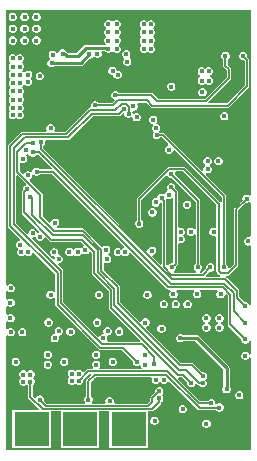
<source format=gbr>
%TF.GenerationSoftware,Altium Limited,Altium Designer,24.6.1 (21)*%
G04 Layer_Physical_Order=3*
G04 Layer_Color=36540*
%FSLAX26Y26*%
%MOIN*%
%TF.SameCoordinates,E3325630-42F2-41CE-953C-F4D0AC061200*%
%TF.FilePolarity,Positive*%
%TF.FileFunction,Copper,L3,Inr,Signal*%
%TF.Part,Single*%
G01*
G75*
%TA.AperFunction,SMDPad,CuDef*%
%ADD14R,0.118110X0.118110*%
%TA.AperFunction,Conductor*%
%ADD38C,0.005000*%
%ADD39C,0.010000*%
%TA.AperFunction,ViaPad*%
%ADD40C,0.017716*%
G36*
X821360Y854916D02*
X816360Y852845D01*
X814937Y854268D01*
X809843Y856378D01*
X804330D01*
X799237Y854268D01*
X795338Y850370D01*
X793228Y845276D01*
Y839763D01*
X793312Y839560D01*
X766857Y813104D01*
X765199Y810623D01*
X764617Y807697D01*
Y625825D01*
X750121Y611329D01*
X745157Y613437D01*
Y616930D01*
X743048Y622023D01*
X739149Y625922D01*
X738946Y626006D01*
Y851378D01*
X738946Y851378D01*
X738364Y854304D01*
X736706Y856785D01*
X670124Y923368D01*
X672956Y927607D01*
X674212Y927087D01*
X679725D01*
X684818Y929197D01*
X688717Y933095D01*
X690827Y938188D01*
Y943702D01*
X688717Y948795D01*
X685773Y951739D01*
X685205Y954724D01*
X685773Y957710D01*
X688717Y960654D01*
X690827Y965747D01*
Y971260D01*
X688717Y976354D01*
X684818Y980252D01*
X679725Y982362D01*
X674212D01*
X669119Y980252D01*
X665220Y976354D01*
X663110Y971260D01*
Y965747D01*
X665220Y960654D01*
X668164Y957710D01*
X668732Y954724D01*
X668164Y951739D01*
X665220Y948795D01*
X663110Y943702D01*
Y938188D01*
X663631Y936932D01*
X659392Y934100D01*
X532966Y1060525D01*
X530486Y1062183D01*
X527559Y1062765D01*
X519707D01*
X519622Y1062968D01*
X515724Y1066866D01*
X515543Y1067774D01*
X517669Y1069900D01*
X519779Y1074994D01*
Y1080507D01*
X517669Y1085600D01*
X513771Y1089499D01*
X508678Y1091609D01*
X508042D01*
X505971Y1096609D01*
X507811Y1098449D01*
X509921Y1103543D01*
Y1109056D01*
X507811Y1114149D01*
X503913Y1118048D01*
X498820Y1120157D01*
X493306D01*
X488213Y1118048D01*
X484315Y1114149D01*
X482205Y1109056D01*
Y1103543D01*
X484315Y1098449D01*
X488213Y1094551D01*
X493306Y1092441D01*
X493942D01*
X496013Y1087441D01*
X494173Y1085600D01*
X492063Y1080507D01*
Y1074994D01*
X494173Y1069900D01*
X498071Y1066002D01*
X498252Y1065094D01*
X496126Y1062968D01*
X494016Y1057875D01*
Y1052361D01*
X496126Y1047268D01*
X500024Y1043370D01*
X505117Y1041260D01*
X510631D01*
X515724Y1043370D01*
X519622Y1047268D01*
X519707Y1047471D01*
X524392D01*
X546558Y1025305D01*
X546355Y1023451D01*
X544933Y1019858D01*
X540918Y1018195D01*
X537020Y1014297D01*
X534910Y1009203D01*
Y1003690D01*
X537020Y998597D01*
X540918Y994698D01*
X546012Y992588D01*
X551525D01*
X556618Y994698D01*
X560517Y998597D01*
X562180Y1002612D01*
X565772Y1004034D01*
X567626Y1004236D01*
X723652Y848211D01*
Y833406D01*
X722693Y832706D01*
X718652Y831532D01*
X603222Y946962D01*
X600741Y948620D01*
X597815Y949202D01*
X548342D01*
X545416Y948620D01*
X542935Y946962D01*
X443412Y847439D01*
X441754Y844958D01*
X441172Y842032D01*
Y771675D01*
X440969Y771591D01*
X437070Y767692D01*
X434961Y762599D01*
Y757086D01*
X437070Y751992D01*
X440969Y748094D01*
X446062Y745984D01*
X451575D01*
X456669Y748094D01*
X460567Y751992D01*
X462677Y757086D01*
Y762599D01*
X460567Y767692D01*
X456669Y771591D01*
X456466Y771675D01*
Y838864D01*
X537076Y919475D01*
X542974Y918302D01*
X543370Y917347D01*
X547268Y913448D01*
X552362Y911339D01*
X557875D01*
X558078Y911423D01*
X637038Y832462D01*
Y742066D01*
X633884Y740741D01*
X632038Y740533D01*
X628539Y744032D01*
X623446Y746142D01*
X617932D01*
X612839Y744032D01*
X608941Y740134D01*
X606831Y735040D01*
Y729527D01*
X608941Y724433D01*
X612839Y720535D01*
X617932Y718425D01*
X623446D01*
X628539Y720535D01*
X632038Y724034D01*
X633884Y723826D01*
X637038Y722501D01*
Y626006D01*
X636835Y625922D01*
X632937Y622023D01*
X630827Y616930D01*
Y611417D01*
X632937Y606323D01*
X636835Y602425D01*
X637962Y601958D01*
X636968Y596958D01*
X565788D01*
X564793Y601958D01*
X565921Y602425D01*
X569819Y606323D01*
X571929Y611417D01*
Y616930D01*
X571845Y617133D01*
X576250Y621538D01*
X577907Y624019D01*
X578490Y626945D01*
Y691858D01*
X583490Y695199D01*
X584444Y694803D01*
X589957D01*
X595051Y696913D01*
X598949Y700811D01*
X601059Y705905D01*
Y711418D01*
X598949Y716511D01*
X598255Y717206D01*
X595111Y720472D01*
X598255Y723739D01*
X598949Y724433D01*
X601059Y729527D01*
Y735040D01*
X598949Y740134D01*
X595051Y744032D01*
X589957Y746142D01*
X584444D01*
X583490Y745746D01*
X578490Y749087D01*
Y866165D01*
X577907Y869092D01*
X576250Y871572D01*
X568892Y878930D01*
X568976Y879133D01*
Y884646D01*
X566866Y889740D01*
X562968Y893638D01*
X557875Y895748D01*
X552361D01*
X547268Y893638D01*
X543370Y889740D01*
X541260Y884646D01*
Y879133D01*
X543370Y874040D01*
X541638Y868700D01*
X541241Y868536D01*
X537343Y864638D01*
X535733Y860752D01*
X533077Y859100D01*
X530233Y858513D01*
X526281Y860150D01*
X520768D01*
X515674Y858040D01*
X511776Y854142D01*
X509666Y849048D01*
Y848748D01*
X506694Y844567D01*
X505046Y844567D01*
X501180D01*
X496087Y842457D01*
X492189Y838559D01*
X490079Y833465D01*
Y827952D01*
X492189Y822859D01*
X496087Y818960D01*
X501180Y816850D01*
X506694D01*
X511787Y818960D01*
X515686Y822859D01*
X517795Y827952D01*
X522689Y828509D01*
X523849Y828139D01*
Y625025D01*
X519230Y623112D01*
X491909Y650433D01*
X493980Y655433D01*
X494883D01*
X499976Y657543D01*
X503874Y661441D01*
X505984Y666535D01*
Y672048D01*
X503874Y677141D01*
X499976Y681040D01*
X494883Y683149D01*
X489369D01*
X484276Y681040D01*
X480378Y677141D01*
X478268Y672048D01*
Y671145D01*
X473268Y669074D01*
X129532Y1012809D01*
Y1019053D01*
X129735Y1019137D01*
X133634Y1023036D01*
X135744Y1028129D01*
Y1033642D01*
X135348Y1034597D01*
X138689Y1039597D01*
X212598D01*
X215525Y1040179D01*
X218006Y1041837D01*
X294506Y1118337D01*
X381260D01*
X384186Y1118919D01*
X386667Y1120577D01*
X394363Y1128273D01*
X394566Y1128189D01*
X399528D01*
Y1123228D01*
X401637Y1118134D01*
X405536Y1114236D01*
X410629Y1112126D01*
X416142D01*
X421236Y1114236D01*
X421649Y1114649D01*
X426649Y1112578D01*
Y1111855D01*
X428758Y1106761D01*
X432657Y1102863D01*
X437750Y1100753D01*
X443263D01*
X448357Y1102863D01*
X452255Y1106761D01*
X454365Y1111855D01*
Y1117368D01*
X452255Y1122461D01*
X448357Y1126360D01*
X443263Y1128469D01*
X437750D01*
X432657Y1126360D01*
X432244Y1125947D01*
X427478Y1127921D01*
X426147Y1132638D01*
X428814Y1136475D01*
X428988Y1136600D01*
X432714D01*
X437807Y1138710D01*
X441706Y1142609D01*
X443816Y1147702D01*
Y1153215D01*
X441706Y1158308D01*
X444020Y1163066D01*
X471789D01*
X486719Y1148136D01*
X489200Y1146478D01*
X492126Y1145896D01*
X744094D01*
X747021Y1146478D01*
X749502Y1148136D01*
X813104Y1211738D01*
X813104Y1211739D01*
X814762Y1214220D01*
X815344Y1217146D01*
X815344Y1217146D01*
Y1306476D01*
X814762Y1309403D01*
X813104Y1311883D01*
X809050Y1315938D01*
X809134Y1316141D01*
Y1321654D01*
X807024Y1326748D01*
X803126Y1330646D01*
X798032Y1332756D01*
X792519D01*
X787426Y1330646D01*
X783527Y1326748D01*
X781417Y1321654D01*
Y1316141D01*
X783527Y1311048D01*
X787426Y1307149D01*
X792519Y1305039D01*
X798032D01*
X800050Y1300463D01*
Y1220313D01*
X740927Y1161190D01*
X681540D01*
X679469Y1166190D01*
X754049Y1240770D01*
X755707Y1243251D01*
X756289Y1246177D01*
Y1274605D01*
X756289Y1274606D01*
X755707Y1277532D01*
X754049Y1280013D01*
X743867Y1290195D01*
Y1307065D01*
X744071Y1307149D01*
X747969Y1311048D01*
X750079Y1316141D01*
Y1321654D01*
X747969Y1326748D01*
X744071Y1330646D01*
X738977Y1332756D01*
X733464D01*
X728370Y1330646D01*
X724472Y1326748D01*
X722362Y1321654D01*
Y1316141D01*
X724472Y1311048D01*
X728370Y1307149D01*
X728574Y1307065D01*
Y1287027D01*
X729156Y1284101D01*
X730813Y1281620D01*
X740995Y1271438D01*
Y1249344D01*
X668589Y1176938D01*
X511042D01*
X493951Y1194029D01*
X491470Y1195686D01*
X488544Y1196268D01*
X380731D01*
X380647Y1196472D01*
X376748Y1200370D01*
X371655Y1202480D01*
X366142D01*
X361048Y1200370D01*
X357150Y1196472D01*
X355040Y1191378D01*
Y1185865D01*
X357150Y1180772D01*
X361048Y1176873D01*
X365716Y1174940D01*
X366698Y1172869D01*
X367610Y1169763D01*
X359647Y1161801D01*
X313687D01*
X313603Y1162004D01*
X309705Y1165902D01*
X304611Y1168012D01*
X299098D01*
X294005Y1165902D01*
X290106Y1162004D01*
X287996Y1156910D01*
Y1151397D01*
X288392Y1150442D01*
X285051Y1145442D01*
X283465D01*
X280538Y1144860D01*
X278057Y1143203D01*
X200945Y1066090D01*
X167641D01*
X165292Y1070812D01*
X167401Y1075905D01*
Y1081418D01*
X165292Y1086511D01*
X161393Y1090410D01*
X156300Y1092520D01*
X150787D01*
X145693Y1090410D01*
X141795Y1086511D01*
X139685Y1081418D01*
Y1075905D01*
X141795Y1070812D01*
X139446Y1066090D01*
X102510D01*
X102465Y1066120D01*
X99538Y1066702D01*
X59055D01*
X56129Y1066120D01*
X53648Y1064462D01*
X14278Y1025092D01*
X12620Y1022611D01*
X12038Y1019685D01*
Y751969D01*
X12620Y749042D01*
X14278Y746561D01*
X53005Y707835D01*
X50934Y702835D01*
X48425D01*
X43331Y700725D01*
X39433Y696826D01*
X37323Y691733D01*
Y686220D01*
X39433Y681126D01*
X43331Y677228D01*
X44005Y673840D01*
X43370Y673204D01*
X41260Y668111D01*
Y662598D01*
X43370Y657504D01*
X47268Y653606D01*
X52361Y651496D01*
X57875D01*
X62968Y653606D01*
X63663Y654301D01*
X66929Y657444D01*
X70196Y654301D01*
X70890Y653606D01*
X75984Y651496D01*
X81497D01*
X86590Y653606D01*
X90489Y657504D01*
X92180Y661588D01*
X95656Y662991D01*
X97598Y663241D01*
X169518Y591321D01*
Y532755D01*
X168537Y532190D01*
X164518Y531222D01*
X161472Y534268D01*
X156379Y536378D01*
X150865D01*
X145772Y534268D01*
X141874Y530370D01*
X139764Y525276D01*
Y519763D01*
X141874Y514670D01*
X145772Y510771D01*
X150865Y508662D01*
X156379D01*
X161472Y510771D01*
X164518Y513818D01*
X168537Y512850D01*
X169518Y512285D01*
Y488189D01*
X170101Y485263D01*
X171758Y482782D01*
X313490Y341050D01*
X313490Y341050D01*
X315971Y339392D01*
X318898Y338810D01*
X390461D01*
X427003Y302267D01*
X426919Y302064D01*
Y296551D01*
X429029Y291457D01*
X432928Y287559D01*
X438021Y285449D01*
X443534D01*
X448627Y287559D01*
X449695Y287457D01*
X453984Y285844D01*
X455575Y282005D01*
X457216Y280363D01*
X455145Y275363D01*
X318084D01*
X316013Y280363D01*
X317654Y282005D01*
X319764Y287098D01*
Y292611D01*
X317654Y297705D01*
X313755Y301603D01*
X308662Y303713D01*
X303149D01*
X298055Y301603D01*
X294157Y297705D01*
X292047Y292611D01*
Y287098D01*
X294157Y282005D01*
X295798Y280363D01*
X293727Y275363D01*
X279528D01*
X279527Y275363D01*
X276601Y274781D01*
X274120Y273124D01*
X266216Y265220D01*
X260318Y266393D01*
X259780Y267692D01*
X255881Y271591D01*
X250788Y273701D01*
X245275D01*
X240181Y271591D01*
X239487Y270896D01*
X236220Y267753D01*
X232954Y270896D01*
X232259Y271591D01*
X227166Y273701D01*
X221653D01*
X216559Y271591D01*
X212661Y267692D01*
X210551Y262599D01*
Y257086D01*
X212661Y251993D01*
X213356Y251298D01*
X216499Y248031D01*
X213356Y244765D01*
X212661Y244071D01*
X210551Y238977D01*
Y233464D01*
X212661Y228370D01*
X216559Y224472D01*
X221653Y222362D01*
X227166D01*
X232259Y224472D01*
X232954Y225167D01*
X236220Y228310D01*
X239487Y225167D01*
X240181Y224472D01*
X245275Y222362D01*
X250788D01*
X255881Y224472D01*
X259780Y228370D01*
X261890Y233464D01*
Y238977D01*
X261806Y239180D01*
X282685Y260060D01*
X287226Y259625D01*
X288993Y255225D01*
X274120Y240352D01*
X272463Y237871D01*
X271881Y234945D01*
Y185061D01*
X271678Y184977D01*
X267779Y181078D01*
X265669Y175985D01*
Y170472D01*
X267779Y165378D01*
X269034Y164123D01*
X266963Y159123D01*
X143030D01*
X131884Y170269D01*
X131968Y170472D01*
Y175985D01*
X129859Y181078D01*
X125960Y184977D01*
X120867Y187087D01*
X115354D01*
X110260Y184977D01*
X106362Y181078D01*
X105966Y180124D01*
X100068Y178950D01*
X94261Y184758D01*
Y221435D01*
X94464Y221519D01*
X98362Y225418D01*
X100472Y230511D01*
Y236024D01*
X98362Y241118D01*
X97668Y241812D01*
X94524Y245079D01*
X97668Y248345D01*
X98362Y249040D01*
X100472Y254133D01*
Y259646D01*
X98362Y264740D01*
X94464Y268638D01*
X89371Y270748D01*
X83857D01*
X78764Y268638D01*
X78069Y267944D01*
X74803Y264800D01*
X71537Y267944D01*
X70842Y268638D01*
X65749Y270748D01*
X60235D01*
X55142Y268638D01*
X51243Y264740D01*
X49134Y259646D01*
Y254133D01*
X51243Y249040D01*
X51938Y248345D01*
X55081Y245079D01*
X51938Y241812D01*
X51243Y241118D01*
X49134Y236024D01*
Y230511D01*
X51243Y225418D01*
X55142Y221519D01*
X60235Y219410D01*
X65749D01*
X70842Y221519D01*
X71537Y222214D01*
X74803Y225357D01*
X78069Y222214D01*
X78764Y221519D01*
X78967Y221435D01*
Y181590D01*
X79549Y178664D01*
X81207Y176183D01*
X113912Y143478D01*
X111999Y138858D01*
X26496D01*
Y10748D01*
X154606D01*
Y133830D01*
X187913D01*
Y10748D01*
X316024D01*
Y133830D01*
X349331D01*
Y10748D01*
X477441D01*
Y133830D01*
X491870D01*
X494797Y134412D01*
X497277Y136069D01*
X520494Y159286D01*
X522151Y161766D01*
X522733Y164693D01*
Y165059D01*
X523598Y165417D01*
X527496Y169315D01*
X529606Y174409D01*
Y179922D01*
X527496Y185015D01*
X526802Y185710D01*
X523658Y188976D01*
X526802Y192243D01*
X527496Y192937D01*
X529606Y198031D01*
Y203544D01*
X527496Y208637D01*
X523598Y212536D01*
X518505Y214646D01*
X512991D01*
X507898Y212536D01*
X504000Y208637D01*
X501890Y203544D01*
Y198031D01*
X501974Y197828D01*
X486719Y182573D01*
X485061Y180092D01*
X484479Y177165D01*
Y167514D01*
X476089Y159123D01*
X367197D01*
X363856Y164124D01*
X364252Y165078D01*
Y170591D01*
X362142Y175685D01*
X358244Y179583D01*
X353150Y181693D01*
X347637D01*
X342544Y179583D01*
X338645Y175685D01*
X336536Y170591D01*
Y165078D01*
X336931Y164124D01*
X333590Y159123D01*
X292092D01*
X290021Y164123D01*
X291276Y165378D01*
X293386Y170472D01*
Y175985D01*
X291276Y181078D01*
X287378Y184977D01*
X287175Y185061D01*
Y231778D01*
X303656Y248259D01*
X487133D01*
X490474Y243258D01*
X490079Y242304D01*
Y236791D01*
X492189Y231697D01*
X496087Y227799D01*
X501180Y225689D01*
X506694D01*
X511787Y227799D01*
X514731Y230743D01*
X517717Y231311D01*
X520702Y230743D01*
X523646Y227799D01*
X528740Y225689D01*
X534253D01*
X539346Y227799D01*
X543245Y231697D01*
X543962Y233428D01*
X549860Y234602D01*
X644612Y139849D01*
X647093Y138191D01*
X650020Y137609D01*
X650020Y137609D01*
X705903D01*
X708685Y134826D01*
X713779Y132717D01*
X719292D01*
X724385Y134826D01*
X728284Y138725D01*
X730394Y143818D01*
Y149331D01*
X728284Y154425D01*
X724385Y158323D01*
X719292Y160433D01*
X713779D01*
X708685Y158323D01*
X707454Y157092D01*
X704656Y158161D01*
X702835Y159543D01*
Y164371D01*
X700725Y169464D01*
X696826Y173363D01*
X691733Y175472D01*
X686220D01*
X681126Y173363D01*
X677228Y169464D01*
X677144Y169261D01*
X652577D01*
X578466Y243373D01*
X580651Y248259D01*
X591321D01*
X608273Y231306D01*
X608189Y231103D01*
Y225590D01*
X610299Y220496D01*
X614197Y216598D01*
X619291Y214488D01*
X624804D01*
X629897Y216598D01*
X633796Y220496D01*
X635487Y224580D01*
X638963Y225983D01*
X640905Y226233D01*
X643537Y223601D01*
X643538Y223601D01*
X646019Y221943D01*
X648945Y221361D01*
X649311D01*
X649669Y220496D01*
X653567Y216598D01*
X658661Y214488D01*
X664174D01*
X669267Y216598D01*
X673166Y220496D01*
X675275Y225590D01*
Y231103D01*
X673166Y236196D01*
X669870Y239492D01*
X673587Y243209D01*
X675697Y248302D01*
Y253816D01*
X673587Y258909D01*
X669689Y262807D01*
X664595Y264917D01*
X659082D01*
X658879Y264833D01*
X630903Y292809D01*
X628423Y294466D01*
X625496Y295048D01*
X589782D01*
X473072Y411759D01*
X474702Y417200D01*
X477811Y418488D01*
X481709Y422386D01*
X483819Y427479D01*
Y432993D01*
X481709Y438086D01*
X477811Y441985D01*
X472717Y444094D01*
X467204D01*
X462111Y441985D01*
X458212Y438086D01*
X456925Y434977D01*
X451483Y433347D01*
X385600Y499231D01*
Y547244D01*
X385018Y550170D01*
X383360Y552651D01*
X330481Y605530D01*
Y627022D01*
X332219Y628274D01*
X335481Y629615D01*
X339684Y627874D01*
X345198D01*
X350291Y629984D01*
X354189Y633882D01*
X356299Y638976D01*
Y644489D01*
X354189Y649582D01*
X350291Y653481D01*
X346153Y655195D01*
X345490Y658664D01*
X345656Y660401D01*
X347043Y660975D01*
X350941Y664874D01*
X353051Y669967D01*
Y675480D01*
X350941Y680574D01*
X347043Y684472D01*
X341950Y686582D01*
X336436D01*
X331343Y684472D01*
X330654Y683783D01*
X323718Y683648D01*
X265738Y741628D01*
X263257Y743285D01*
X260331Y743867D01*
X173749D01*
X173407Y744379D01*
X175291Y750559D01*
X176617Y751108D01*
X180516Y755007D01*
X182625Y760100D01*
Y765613D01*
X180516Y770707D01*
X176617Y774605D01*
X171524Y776715D01*
X166011D01*
X160917Y774605D01*
X157019Y770707D01*
X154909Y765613D01*
Y764551D01*
X149909Y762480D01*
X127279Y785110D01*
Y856745D01*
X127279Y856746D01*
X126697Y859672D01*
X125039Y862153D01*
X125039Y862153D01*
X84117Y903075D01*
X85290Y908973D01*
X86590Y909511D01*
X90489Y913410D01*
X92598Y918503D01*
Y920929D01*
X97598Y923000D01*
X99276Y921322D01*
X104369Y919213D01*
X109883D01*
X114976Y921322D01*
X118874Y925221D01*
X118959Y925424D01*
X158250D01*
X399461Y684212D01*
X399212Y682270D01*
X397808Y678794D01*
X393725Y677103D01*
X393030Y676408D01*
X389764Y673265D01*
X386497Y676408D01*
X385803Y677103D01*
X380709Y679212D01*
X375196D01*
X370103Y677103D01*
X366204Y673204D01*
X364095Y668111D01*
Y662598D01*
X366204Y657504D01*
X370103Y653606D01*
X375196Y651496D01*
X380709D01*
X385803Y653606D01*
X386497Y654301D01*
X389764Y657444D01*
X393030Y654301D01*
X393725Y653606D01*
X398818Y651496D01*
X404331D01*
X409425Y653606D01*
X413323Y657504D01*
X415015Y661588D01*
X418490Y662991D01*
X420433Y663241D01*
X541226Y542448D01*
X541227Y542447D01*
X543707Y540790D01*
X546634Y540207D01*
X546634Y540208D01*
X552373D01*
X553995Y535208D01*
X551244Y532456D01*
X549134Y527363D01*
Y521850D01*
X551244Y516756D01*
X555142Y512858D01*
X560236Y510748D01*
X565749D01*
X570842Y512858D01*
X574740Y516756D01*
X576850Y521850D01*
Y527363D01*
X574740Y532456D01*
X571989Y535208D01*
X573611Y540208D01*
X631113D01*
X632735Y535208D01*
X629984Y532456D01*
X627874Y527363D01*
Y521850D01*
X629984Y516756D01*
X633882Y512858D01*
X638976Y510748D01*
X644489D01*
X649582Y512858D01*
X653481Y516756D01*
X655591Y521850D01*
Y527363D01*
X653481Y532456D01*
X650729Y535208D01*
X652352Y540208D01*
X709853D01*
X711475Y535208D01*
X708724Y532456D01*
X706614Y527363D01*
Y521850D01*
X708724Y516756D01*
X712622Y512858D01*
X717716Y510748D01*
X723229D01*
X728322Y512858D01*
X732221Y516756D01*
X734331Y521850D01*
Y523375D01*
X739331Y525446D01*
X744322Y520455D01*
Y425197D01*
X744904Y422270D01*
X746561Y419790D01*
X789375Y376975D01*
X789291Y376772D01*
Y371259D01*
X791401Y366166D01*
X795300Y362267D01*
X800393Y360158D01*
X805906D01*
X811000Y362267D01*
X814898Y366166D01*
X816360Y369696D01*
X821360Y368701D01*
Y324212D01*
X816360Y323218D01*
X814898Y326748D01*
X811000Y330646D01*
X805906Y332756D01*
X800393D01*
X795300Y330646D01*
X791401Y326748D01*
X789291Y321654D01*
Y316141D01*
X791401Y311048D01*
X795300Y307149D01*
X800393Y305039D01*
X805906D01*
X811000Y307149D01*
X814898Y311048D01*
X816360Y314577D01*
X821360Y313583D01*
Y5412D01*
X5412D01*
Y386069D01*
X10412Y388140D01*
X12662Y385889D01*
X17755Y383780D01*
X23268D01*
X28362Y385889D01*
X32260Y389788D01*
X34370Y394881D01*
Y400394D01*
X32260Y405488D01*
X28362Y409386D01*
X23268Y411496D01*
X17755D01*
X12662Y409386D01*
X10412Y407136D01*
X5412Y409207D01*
Y432486D01*
X10412Y434557D01*
X11835Y433134D01*
X16928Y431024D01*
X22442D01*
X27535Y433134D01*
X31433Y437032D01*
X33543Y442125D01*
Y447639D01*
X31433Y452732D01*
X27535Y456630D01*
X22442Y458740D01*
X16928D01*
X11835Y456630D01*
X10412Y455207D01*
X5412Y457278D01*
Y483667D01*
X10412Y485738D01*
X11835Y484315D01*
X16928Y482205D01*
X22442D01*
X27535Y484315D01*
X31433Y488213D01*
X33543Y493306D01*
Y498820D01*
X31433Y503913D01*
X27535Y507811D01*
X22442Y509921D01*
X16928D01*
X11835Y507811D01*
X10412Y506388D01*
X5412Y508459D01*
Y533874D01*
X10412Y535595D01*
X13093Y532913D01*
X18186Y530803D01*
X23700D01*
X28793Y532913D01*
X32691Y536812D01*
X34801Y541905D01*
Y547418D01*
X32691Y552511D01*
X28793Y556410D01*
X23700Y558520D01*
X18186D01*
X13093Y556410D01*
X10412Y553728D01*
X5412Y555449D01*
Y1470967D01*
X821360D01*
Y854916D01*
D02*
G37*
G36*
X82740Y989738D02*
X86638Y985840D01*
X91732Y983730D01*
X97245D01*
X102338Y985840D01*
X106237Y989738D01*
X106321Y989941D01*
X113418D01*
X157641Y945718D01*
X155570Y940718D01*
X118959D01*
X118874Y940921D01*
X114976Y944819D01*
X109883Y946929D01*
X104369D01*
X99276Y944819D01*
X95378Y940921D01*
X93268Y935827D01*
Y933402D01*
X88268Y931331D01*
X86590Y933008D01*
X81497Y935118D01*
X75984D01*
X70890Y933008D01*
X66992Y929110D01*
X66453Y927810D01*
X60555Y926637D01*
X50954Y936238D01*
Y961463D01*
X55954Y963760D01*
X59744Y962189D01*
X65257D01*
X70351Y964299D01*
X74249Y968198D01*
X76359Y973291D01*
Y978804D01*
X74249Y983898D01*
X73068Y985079D01*
X73275Y986940D01*
X74695Y990523D01*
X76665Y991339D01*
X82740Y989738D01*
D02*
G37*
G36*
X563196Y844223D02*
Y632315D01*
X560827Y628031D01*
X555314D01*
X550221Y625922D01*
X546323Y622023D01*
X540496Y621024D01*
X539143Y622005D01*
Y837004D01*
X538561Y839931D01*
X538772Y840333D01*
X541587Y844402D01*
X542382Y844566D01*
X546334Y842929D01*
X551848D01*
X556941Y845039D01*
X558196Y846294D01*
X563196Y844223D01*
D02*
G37*
G36*
X821360Y830124D02*
Y717701D01*
X816360Y714360D01*
X815670Y714646D01*
X810157D01*
X805064Y712536D01*
X801165Y708637D01*
X799056Y703544D01*
Y698031D01*
X801165Y692937D01*
X805064Y689039D01*
X810157Y686929D01*
X815670D01*
X816360Y687215D01*
X821360Y683874D01*
Y489567D01*
X816360Y488572D01*
X814898Y492102D01*
X811000Y496000D01*
X805906Y498110D01*
X800393D01*
X800190Y498026D01*
X783237Y514979D01*
Y535433D01*
X782655Y538359D01*
X780998Y540840D01*
X741628Y580210D01*
X739147Y581868D01*
X739773Y586841D01*
X744095D01*
X747021Y587423D01*
X749502Y589081D01*
X777671Y617250D01*
X779329Y619731D01*
X779911Y622658D01*
Y804529D01*
X804127Y828746D01*
X804330Y828662D01*
X809843D01*
X814937Y830771D01*
X816360Y832195D01*
X821360Y830124D01*
D02*
G37*
G36*
X706625Y821931D02*
Y748637D01*
X701625Y745304D01*
X699606Y746140D01*
X694092D01*
X688999Y744030D01*
X685101Y740132D01*
X682991Y735039D01*
Y729525D01*
X685101Y724432D01*
X688999Y720534D01*
X694092Y718424D01*
X699606D01*
X701625Y719260D01*
X706625Y715927D01*
Y600689D01*
X707207Y597762D01*
X708865Y595282D01*
X715065Y589081D01*
X717546Y587423D01*
X716920Y582450D01*
X672186D01*
X670115Y587450D01*
X683064Y600399D01*
X683267Y600315D01*
X688780D01*
X693874Y602425D01*
X697772Y606323D01*
X699882Y611417D01*
Y616930D01*
X697772Y622023D01*
X693874Y625922D01*
X688780Y628031D01*
X683267D01*
X678174Y625922D01*
X674275Y622023D01*
X672165Y616930D01*
Y611417D01*
X672250Y611213D01*
X657994Y596958D01*
X652402D01*
X651408Y601958D01*
X652535Y602425D01*
X656433Y606323D01*
X658543Y611417D01*
Y616930D01*
X656433Y622023D01*
X652535Y625922D01*
X652332Y626006D01*
Y835630D01*
X651750Y838556D01*
X650092Y841037D01*
X568892Y922237D01*
X568976Y922440D01*
Y927953D01*
X568581Y928908D01*
X571922Y933908D01*
X594648D01*
X706625Y821931D01*
D02*
G37*
G36*
X72690Y892874D02*
X72440Y890931D01*
X71037Y887456D01*
X66953Y885764D01*
X63055Y881866D01*
X60945Y876772D01*
Y871259D01*
X61029Y871056D01*
X59408Y869435D01*
X57750Y866954D01*
X57168Y864027D01*
Y797390D01*
X57750Y794464D01*
X59408Y791983D01*
X115997Y735394D01*
X115761Y733560D01*
X113121Y729632D01*
X108617Y731020D01*
X107856Y732288D01*
X106237Y736197D01*
X102338Y740095D01*
X97245Y742205D01*
X91732D01*
X86638Y740095D01*
X82740Y736197D01*
X80630Y731103D01*
Y728594D01*
X75630Y726523D01*
X39143Y763010D01*
Y919888D01*
X43762Y921801D01*
X72690Y892874D01*
D02*
G37*
G36*
X103981Y713862D02*
X104743Y712594D01*
X106362Y708685D01*
X110260Y704787D01*
X115354Y702677D01*
X120867D01*
X125960Y704787D01*
X129859Y708685D01*
X131550Y712769D01*
X135026Y714172D01*
X136968Y714422D01*
X150150Y701240D01*
X152631Y699583D01*
X155557Y699001D01*
X254752D01*
X264207Y689546D01*
X263034Y683648D01*
X262079Y683252D01*
X258181Y679354D01*
X257766Y678352D01*
X251944Y677103D01*
X246851Y679212D01*
X241338D01*
X236244Y677103D01*
X233300Y674159D01*
X230315Y673591D01*
X227329Y674159D01*
X224385Y677103D01*
X219292Y679212D01*
X213779D01*
X208685Y677103D01*
X204787Y673204D01*
X202677Y668111D01*
Y662598D01*
X204787Y657504D01*
X208685Y653606D01*
X213779Y651496D01*
X219292D01*
X224385Y653606D01*
X227329Y656550D01*
X230315Y657118D01*
X233300Y656550D01*
X236244Y653606D01*
X241338Y651496D01*
X246851D01*
X251944Y653606D01*
X255843Y657504D01*
X256258Y658506D01*
X262079Y659755D01*
X267172Y657646D01*
X272686D01*
X277779Y659755D01*
X281677Y663654D01*
X282073Y664609D01*
X287971Y665782D01*
X291566Y662187D01*
Y594488D01*
X292148Y591562D01*
X293805Y589081D01*
X346684Y536203D01*
Y480315D01*
X347266Y477389D01*
X348923Y474908D01*
X452917Y370915D01*
X450846Y365915D01*
X343843D01*
X341522Y370915D01*
X343074Y374662D01*
Y380175D01*
X342022Y382716D01*
X345050Y387717D01*
X346103D01*
X351197Y389826D01*
X355095Y393725D01*
X357205Y398818D01*
Y404331D01*
X355095Y409425D01*
X351197Y413323D01*
X346103Y415433D01*
X340590D01*
X335497Y413323D01*
X331598Y409425D01*
X329488Y404331D01*
Y398818D01*
X330541Y396277D01*
X327513Y391277D01*
X326459D01*
X321366Y389167D01*
X317468Y385269D01*
X317072Y384314D01*
X311174Y383141D01*
X195904Y498411D01*
Y603081D01*
X195904Y603081D01*
X195322Y606008D01*
X193665Y608489D01*
X193664Y608489D01*
X179279Y622874D01*
X181350Y627874D01*
X183780D01*
X188874Y629984D01*
X192772Y633882D01*
X194882Y638976D01*
Y644489D01*
X192772Y649582D01*
X188874Y653481D01*
X183780Y655591D01*
X181975D01*
X178634Y660591D01*
X179213Y661987D01*
Y667501D01*
X177103Y672594D01*
X173204Y676492D01*
X168111Y678602D01*
X162598D01*
X157504Y676492D01*
X153606Y672594D01*
X151496Y667501D01*
Y661987D01*
X153606Y656894D01*
X157504Y652996D01*
X162598Y650886D01*
X164403D01*
X167215Y646678D01*
X166150Y642439D01*
X161368Y640785D01*
X92665Y709488D01*
X94736Y714488D01*
X97245D01*
X99252Y715320D01*
X103981Y713862D01*
D02*
G37*
%LPC*%
G36*
X30316Y1462677D02*
X24802D01*
X19709Y1460567D01*
X15811Y1456669D01*
X13701Y1451575D01*
Y1446062D01*
X15811Y1440969D01*
X19709Y1437071D01*
X24802Y1434961D01*
X30316D01*
X35409Y1437071D01*
X39307Y1440969D01*
X41417Y1446062D01*
Y1451575D01*
X39307Y1456669D01*
X35409Y1460567D01*
X30316Y1462677D01*
D02*
G37*
G36*
X109056Y1462677D02*
X103543D01*
X98449Y1460567D01*
X94551Y1456669D01*
X92441Y1451575D01*
Y1446062D01*
X94551Y1440969D01*
X98449Y1437070D01*
X103543Y1434961D01*
X109056D01*
X114149Y1437070D01*
X118048Y1440969D01*
X120157Y1446062D01*
Y1451575D01*
X118048Y1456669D01*
X114149Y1460567D01*
X109056Y1462677D01*
D02*
G37*
G36*
X69686D02*
X64172D01*
X59079Y1460567D01*
X55181Y1456669D01*
X53071Y1451575D01*
Y1446062D01*
X55181Y1440969D01*
X59079Y1437070D01*
X64172Y1434961D01*
X69686D01*
X74779Y1437070D01*
X78677Y1440969D01*
X80787Y1446062D01*
Y1451575D01*
X78677Y1456669D01*
X74779Y1460567D01*
X69686Y1462677D01*
D02*
G37*
G36*
X376772Y1439055D02*
X371259D01*
X366166Y1436945D01*
X363222Y1434001D01*
X360236Y1433433D01*
X357251Y1434001D01*
X354307Y1436945D01*
X349213Y1439055D01*
X343700D01*
X338607Y1436945D01*
X334708Y1433047D01*
X332599Y1427954D01*
Y1422440D01*
X334708Y1417347D01*
X337652Y1414403D01*
X338220Y1411417D01*
X337652Y1408432D01*
X334708Y1405488D01*
X332599Y1400394D01*
Y1394881D01*
X334708Y1389788D01*
X337652Y1386844D01*
X338220Y1383858D01*
X337652Y1380873D01*
X334708Y1377929D01*
X332599Y1372835D01*
Y1367322D01*
X334708Y1362229D01*
X336899Y1360039D01*
X334827Y1355039D01*
X270039D01*
X266138Y1354262D01*
X262830Y1352052D01*
X239871Y1329093D01*
X212885D01*
X209474Y1332505D01*
X206166Y1334715D01*
X205204Y1334906D01*
X201590Y1338520D01*
X196497Y1340630D01*
X190983D01*
X185890Y1338520D01*
X181992Y1334622D01*
X179882Y1329528D01*
Y1327853D01*
X179882Y1327536D01*
X174882Y1326542D01*
X174672Y1327048D01*
X173166Y1330685D01*
X169267Y1334583D01*
X164174Y1336693D01*
X158661D01*
X153567Y1334583D01*
X149669Y1330685D01*
X147559Y1325591D01*
Y1320078D01*
X149669Y1314985D01*
X151484Y1313169D01*
X150509Y1307353D01*
X149025Y1306738D01*
X145127Y1302840D01*
X143017Y1297747D01*
Y1292234D01*
X145127Y1287140D01*
X149025Y1283242D01*
X154118Y1281132D01*
X159632D01*
X164725Y1283242D01*
X166563Y1285080D01*
X253635D01*
X257537Y1285856D01*
X260844Y1288066D01*
X282897Y1310118D01*
X285092D01*
X290186Y1312228D01*
X293794Y1315836D01*
X294364Y1316146D01*
X299655Y1316509D01*
X301928Y1314236D01*
X307021Y1312126D01*
X312534D01*
X317628Y1314236D01*
X321526Y1318134D01*
X323636Y1323228D01*
Y1328741D01*
X323261Y1329647D01*
X326602Y1334647D01*
X334731D01*
X338607Y1330771D01*
X343700Y1328661D01*
X349213D01*
X354307Y1330771D01*
X357251Y1333715D01*
X360236Y1334283D01*
X363222Y1333715D01*
X366166Y1330771D01*
X371259Y1328661D01*
X376772D01*
X381866Y1330771D01*
X385764Y1334670D01*
X387874Y1339763D01*
Y1345276D01*
X385764Y1350370D01*
X382820Y1353314D01*
X382252Y1356299D01*
X382820Y1359285D01*
X385764Y1362229D01*
X387874Y1367322D01*
Y1372835D01*
X385764Y1377929D01*
X382820Y1380873D01*
X382252Y1383858D01*
X382820Y1386844D01*
X385764Y1389788D01*
X387874Y1394881D01*
Y1400394D01*
X385764Y1405488D01*
X382820Y1408432D01*
X382252Y1411417D01*
X382820Y1414403D01*
X385764Y1417347D01*
X387874Y1422440D01*
Y1427954D01*
X385764Y1433047D01*
X381866Y1436945D01*
X376772Y1439055D01*
D02*
G37*
G36*
X490945D02*
X485432D01*
X480339Y1436945D01*
X479644Y1436251D01*
X476378Y1433107D01*
X473111Y1436251D01*
X472417Y1436945D01*
X467324Y1439055D01*
X461810D01*
X456717Y1436945D01*
X452818Y1433047D01*
X450709Y1427954D01*
Y1422440D01*
X452818Y1417347D01*
X455762Y1414403D01*
X456330Y1411417D01*
X455762Y1408432D01*
X452818Y1405488D01*
X450709Y1400394D01*
Y1394881D01*
X452818Y1389788D01*
X455762Y1386844D01*
X456330Y1383858D01*
X455762Y1380873D01*
X452818Y1377929D01*
X450709Y1372835D01*
Y1367322D01*
X452818Y1362229D01*
X455762Y1359285D01*
X456330Y1356299D01*
X455762Y1353314D01*
X452818Y1350370D01*
X450709Y1345276D01*
Y1339763D01*
X452818Y1334670D01*
X456717Y1330771D01*
X461810Y1328661D01*
X467324D01*
X472417Y1330771D01*
X473111Y1331466D01*
X476378Y1334609D01*
X479644Y1331466D01*
X480339Y1330771D01*
X485432Y1328661D01*
X490945D01*
X496039Y1330771D01*
X499937Y1334670D01*
X502047Y1339763D01*
Y1345276D01*
X499937Y1350370D01*
X496993Y1353314D01*
X496425Y1356299D01*
X496993Y1359285D01*
X499937Y1362229D01*
X502047Y1367322D01*
Y1372835D01*
X499937Y1377929D01*
X496993Y1380873D01*
X496425Y1383858D01*
X496993Y1386844D01*
X499937Y1389788D01*
X502047Y1394881D01*
Y1400394D01*
X499937Y1405488D01*
X496993Y1408432D01*
X496425Y1411417D01*
X496993Y1414403D01*
X499937Y1417347D01*
X502047Y1422440D01*
Y1427954D01*
X499937Y1433047D01*
X496039Y1436945D01*
X490945Y1439055D01*
D02*
G37*
G36*
X109056Y1423307D02*
X103543D01*
X98449Y1421197D01*
X94551Y1417299D01*
X92441Y1412205D01*
Y1406692D01*
X94551Y1401599D01*
X98449Y1397700D01*
X103543Y1395591D01*
X109056D01*
X114149Y1397700D01*
X118047Y1401599D01*
X120157Y1406692D01*
Y1412205D01*
X118047Y1417299D01*
X114149Y1421197D01*
X109056Y1423307D01*
D02*
G37*
G36*
X69686D02*
X64172D01*
X59079Y1421197D01*
X55181Y1417299D01*
X53071Y1412205D01*
Y1406692D01*
X55181Y1401599D01*
X59079Y1397700D01*
X64172Y1395591D01*
X69686D01*
X74779Y1397700D01*
X78677Y1401599D01*
X80787Y1406692D01*
Y1412205D01*
X78677Y1417299D01*
X74779Y1421197D01*
X69686Y1423307D01*
D02*
G37*
G36*
X30316D02*
X24802D01*
X19709Y1421197D01*
X15811Y1417299D01*
X13701Y1412205D01*
Y1406692D01*
X15811Y1401599D01*
X19709Y1397700D01*
X24802Y1395591D01*
X30316D01*
X35409Y1397700D01*
X39307Y1401599D01*
X41417Y1406692D01*
Y1412205D01*
X39307Y1417299D01*
X35409Y1421197D01*
X30316Y1423307D01*
D02*
G37*
G36*
X69686Y1383937D02*
X64172D01*
X59079Y1381827D01*
X55181Y1377929D01*
X53071Y1372835D01*
Y1367322D01*
X55181Y1362229D01*
X59079Y1358330D01*
X64172Y1356221D01*
X69686D01*
X74779Y1358330D01*
X78677Y1362229D01*
X80787Y1367322D01*
Y1372835D01*
X78677Y1377929D01*
X74779Y1381827D01*
X69686Y1383937D01*
D02*
G37*
G36*
X30316D02*
X24802D01*
X19709Y1381827D01*
X15811Y1377929D01*
X13701Y1372835D01*
Y1367322D01*
X15811Y1362229D01*
X19709Y1358330D01*
X24802Y1356221D01*
X30316D01*
X35409Y1358330D01*
X39307Y1362229D01*
X41417Y1367322D01*
Y1372835D01*
X39307Y1377929D01*
X35409Y1381827D01*
X30316Y1383937D01*
D02*
G37*
G36*
X109056Y1383937D02*
X103543D01*
X98449Y1381827D01*
X94551Y1377929D01*
X92441Y1372835D01*
Y1367322D01*
X94551Y1362229D01*
X98449Y1358330D01*
X103543Y1356220D01*
X109056D01*
X114149Y1358330D01*
X118047Y1362229D01*
X120157Y1367322D01*
Y1372835D01*
X118047Y1377929D01*
X114149Y1381827D01*
X109056Y1383937D01*
D02*
G37*
G36*
X53938Y1324882D02*
X48425D01*
X43331Y1322772D01*
X42636Y1322078D01*
X39370Y1318934D01*
X36104Y1322078D01*
X35409Y1322772D01*
X30316Y1324882D01*
X24802D01*
X19709Y1322772D01*
X15811Y1318874D01*
X13701Y1313780D01*
Y1308267D01*
X15811Y1303174D01*
X18755Y1300230D01*
X19323Y1297244D01*
X18755Y1294259D01*
X15811Y1291315D01*
X13701Y1286221D01*
Y1280708D01*
X15811Y1275615D01*
X18755Y1272671D01*
X19323Y1269685D01*
X18755Y1266700D01*
X15811Y1263756D01*
X13701Y1258662D01*
Y1253149D01*
X15811Y1248056D01*
X18755Y1245112D01*
X19323Y1242126D01*
X18755Y1239140D01*
X15811Y1236197D01*
X13701Y1231103D01*
Y1225590D01*
X15811Y1220496D01*
X18755Y1217553D01*
X19323Y1214567D01*
X18755Y1211581D01*
X15811Y1208637D01*
X13701Y1203544D01*
Y1198031D01*
X15811Y1192937D01*
X18755Y1189993D01*
X19323Y1187008D01*
X18755Y1184022D01*
X15811Y1181078D01*
X13701Y1175985D01*
Y1170472D01*
X15811Y1165378D01*
X18755Y1162434D01*
X19323Y1159449D01*
X18755Y1156463D01*
X15811Y1153519D01*
X13701Y1148426D01*
Y1142913D01*
X15811Y1137819D01*
X16505Y1137125D01*
X19649Y1133858D01*
X16505Y1130592D01*
X15811Y1129897D01*
X13701Y1124804D01*
Y1119291D01*
X15811Y1114197D01*
X19709Y1110299D01*
X24802Y1108189D01*
X30316D01*
X35409Y1110299D01*
X36104Y1110993D01*
X39370Y1114137D01*
X42636Y1110993D01*
X43331Y1110299D01*
X48425Y1108189D01*
X53938D01*
X59031Y1110299D01*
X62929Y1114197D01*
X65039Y1119291D01*
Y1124804D01*
X62929Y1129897D01*
X62235Y1130592D01*
X59092Y1133858D01*
X62235Y1137125D01*
X62929Y1137819D01*
X65039Y1142913D01*
Y1148426D01*
X62929Y1153519D01*
X59986Y1156463D01*
X59418Y1159449D01*
X59986Y1162434D01*
X62929Y1165378D01*
X65039Y1170472D01*
Y1175985D01*
X62929Y1181078D01*
X59986Y1184022D01*
X59418Y1187008D01*
X59986Y1189993D01*
X62929Y1192937D01*
X65039Y1198031D01*
Y1203544D01*
X62929Y1208637D01*
X59986Y1211581D01*
X59418Y1214567D01*
X59986Y1217553D01*
X62929Y1220496D01*
X63276Y1221333D01*
X69099Y1222326D01*
X70890Y1220535D01*
X75984Y1218425D01*
X81497D01*
X86590Y1220535D01*
X90489Y1224434D01*
X92598Y1229527D01*
Y1235040D01*
X90489Y1240134D01*
X89794Y1240828D01*
X86651Y1244095D01*
X89794Y1247361D01*
X90489Y1248056D01*
X92598Y1253149D01*
Y1258662D01*
X90489Y1263756D01*
X86590Y1267654D01*
X81497Y1269764D01*
X75984D01*
X70890Y1267654D01*
X67946Y1264710D01*
X64961Y1264142D01*
X61975Y1264710D01*
X59986Y1266700D01*
X59418Y1269685D01*
X59986Y1272671D01*
X62929Y1275615D01*
X65039Y1280708D01*
Y1286221D01*
X62929Y1291315D01*
X59986Y1294259D01*
X59418Y1297244D01*
X59986Y1300230D01*
X62929Y1303174D01*
X65039Y1308267D01*
Y1313780D01*
X62929Y1318874D01*
X59031Y1322772D01*
X53938Y1324882D01*
D02*
G37*
G36*
X408347Y1338583D02*
X402834D01*
X397741Y1336473D01*
X393842Y1332574D01*
X391732Y1327481D01*
Y1321968D01*
X393842Y1316874D01*
X397740Y1312976D01*
X398067Y1307429D01*
X397700Y1307063D01*
X395591Y1301969D01*
Y1296456D01*
X397700Y1291363D01*
X401599Y1287464D01*
X406692Y1285354D01*
X412205D01*
X417299Y1287464D01*
X421197Y1291363D01*
X423307Y1296456D01*
Y1301969D01*
X421197Y1307063D01*
X417299Y1310961D01*
X416973Y1316508D01*
X417339Y1316874D01*
X419449Y1321968D01*
Y1327481D01*
X417339Y1332574D01*
X413441Y1336473D01*
X408347Y1338583D01*
D02*
G37*
G36*
X683859Y1281575D02*
X678346D01*
X673252Y1279465D01*
X672558Y1278770D01*
X669291Y1275627D01*
X666025Y1278770D01*
X665330Y1279465D01*
X660237Y1281575D01*
X654724D01*
X649630Y1279465D01*
X645732Y1275566D01*
X643622Y1270473D01*
Y1264960D01*
X645732Y1259867D01*
X649630Y1255968D01*
X652753Y1254675D01*
Y1249262D01*
X649630Y1247969D01*
X645732Y1244070D01*
X643622Y1238977D01*
Y1233464D01*
X645732Y1228370D01*
X649630Y1224472D01*
X654724Y1222362D01*
X660237D01*
X665330Y1224472D01*
X666025Y1225167D01*
X669291Y1228310D01*
X672558Y1225167D01*
X673252Y1224472D01*
X678346Y1222362D01*
X683859D01*
X688952Y1224472D01*
X692851Y1228370D01*
X694961Y1233464D01*
Y1238977D01*
X692851Y1244070D01*
X688952Y1247969D01*
X685829Y1249262D01*
Y1254675D01*
X688952Y1255968D01*
X692851Y1259867D01*
X694961Y1264960D01*
Y1270473D01*
X692851Y1275566D01*
X688952Y1279465D01*
X683859Y1281575D01*
D02*
G37*
G36*
X363005Y1282933D02*
X357492D01*
X352398Y1280823D01*
X348500Y1276925D01*
X346390Y1271831D01*
Y1266318D01*
X348500Y1261225D01*
X352398Y1257326D01*
X357492Y1255217D01*
X363005D01*
X363110Y1255146D01*
Y1253149D01*
X365220Y1248055D01*
X369118Y1244157D01*
X374212Y1242047D01*
X379725D01*
X384818Y1244157D01*
X388717Y1248055D01*
X390827Y1253149D01*
Y1258662D01*
X388717Y1263755D01*
X384818Y1267654D01*
X379725Y1269764D01*
X374212D01*
X374106Y1269834D01*
Y1271831D01*
X371997Y1276925D01*
X368098Y1280823D01*
X363005Y1282933D01*
D02*
G37*
G36*
X120867Y1265827D02*
X115354D01*
X110260Y1263717D01*
X106362Y1259819D01*
X104252Y1254725D01*
Y1249212D01*
X106362Y1244119D01*
X110260Y1240220D01*
X115354Y1238110D01*
X120867D01*
X125960Y1240220D01*
X129859Y1244119D01*
X131968Y1249212D01*
Y1254725D01*
X129859Y1259819D01*
X125960Y1263717D01*
X120867Y1265827D01*
D02*
G37*
G36*
X558859Y1230393D02*
X553346D01*
X548252Y1228284D01*
X544354Y1224385D01*
X542244Y1219292D01*
Y1213779D01*
X544354Y1208685D01*
X548252Y1204787D01*
X553346Y1202677D01*
X558859D01*
X563952Y1204787D01*
X567851Y1208685D01*
X569961Y1213779D01*
Y1219292D01*
X567851Y1224385D01*
X563952Y1228284D01*
X558859Y1230393D01*
D02*
G37*
G36*
X662599Y1211496D02*
X657086D01*
X651992Y1209386D01*
X648094Y1205488D01*
X645984Y1200394D01*
Y1194881D01*
X648094Y1189788D01*
X651992Y1185889D01*
X657086Y1183780D01*
X662599D01*
X667692Y1185889D01*
X671591Y1189788D01*
X673701Y1194881D01*
Y1200394D01*
X671591Y1205488D01*
X667692Y1209386D01*
X662599Y1211496D01*
D02*
G37*
G36*
X735039Y1131966D02*
X729525D01*
X724432Y1129856D01*
X720534Y1125958D01*
X718424Y1120864D01*
Y1115351D01*
X720534Y1110258D01*
X724432Y1106360D01*
X729525Y1104250D01*
X735039D01*
X740132Y1106360D01*
X744030Y1110258D01*
X746140Y1115351D01*
Y1120864D01*
X744030Y1125958D01*
X740132Y1129856D01*
X735039Y1131966D01*
D02*
G37*
G36*
X715965Y982362D02*
X710452D01*
X705359Y980252D01*
X701460Y976354D01*
X699351Y971260D01*
Y965747D01*
X701460Y960654D01*
X705359Y956755D01*
X710452Y954646D01*
X715965D01*
X721059Y956755D01*
X724957Y960654D01*
X727067Y965747D01*
Y971260D01*
X724957Y976354D01*
X721059Y980252D01*
X715965Y982362D01*
D02*
G37*
G36*
X611418Y836693D02*
X605905D01*
X600811Y834583D01*
X596913Y830685D01*
X594803Y825591D01*
Y820078D01*
X596913Y814985D01*
X600811Y811086D01*
X605905Y808976D01*
X611418D01*
X616511Y811086D01*
X620410Y814985D01*
X622519Y820078D01*
Y825591D01*
X620410Y830685D01*
X616511Y834583D01*
X611418Y836693D01*
D02*
G37*
G36*
X495847Y810957D02*
X490334D01*
X485240Y808847D01*
X481342Y804948D01*
X479232Y799855D01*
Y794342D01*
X481342Y789249D01*
X485240Y785350D01*
X490334Y783240D01*
X495847D01*
X500940Y785350D01*
X504839Y789249D01*
X506949Y794342D01*
Y799855D01*
X504839Y804948D01*
X500940Y808847D01*
X495847Y810957D01*
D02*
G37*
G36*
X479213Y536378D02*
X473700D01*
X468607Y534268D01*
X464708Y530370D01*
X462599Y525276D01*
Y519763D01*
X464708Y514670D01*
X468607Y510771D01*
X473700Y508662D01*
X479213D01*
X484307Y510771D01*
X488205Y514670D01*
X490315Y519763D01*
Y525276D01*
X488205Y530370D01*
X484307Y534268D01*
X479213Y536378D01*
D02*
G37*
G36*
X612993Y505000D02*
X607480D01*
X602386Y502890D01*
X598488Y498992D01*
X596378Y493898D01*
Y488385D01*
X598488Y483292D01*
X602386Y479393D01*
X607480Y477284D01*
X612993D01*
X618086Y479393D01*
X621985Y483292D01*
X624094Y488385D01*
Y493898D01*
X621985Y498992D01*
X618086Y502890D01*
X612993Y505000D01*
D02*
G37*
G36*
X573623D02*
X568110D01*
X563016Y502890D01*
X559118Y498992D01*
X557008Y493898D01*
Y488385D01*
X559118Y483292D01*
X563016Y479393D01*
X568110Y477284D01*
X573623D01*
X578716Y479393D01*
X582615Y483292D01*
X584724Y488385D01*
Y493898D01*
X582615Y498992D01*
X578716Y502890D01*
X573623Y505000D01*
D02*
G37*
G36*
X534253D02*
X528740D01*
X523646Y502890D01*
X519748Y498992D01*
X517638Y493898D01*
Y488385D01*
X519748Y483292D01*
X523646Y479393D01*
X528740Y477284D01*
X534253D01*
X539346Y479393D01*
X543245Y483292D01*
X545354Y488385D01*
Y493898D01*
X543245Y498992D01*
X539346Y502890D01*
X534253Y505000D01*
D02*
G37*
G36*
X149883Y444094D02*
X144370D01*
X139276Y441985D01*
X135378Y438086D01*
X133268Y432993D01*
Y427479D01*
X135378Y422386D01*
X139276Y418488D01*
X144370Y416378D01*
X149883D01*
X154976Y418488D01*
X158875Y422386D01*
X160984Y427479D01*
Y432993D01*
X158875Y438086D01*
X154976Y441985D01*
X149883Y444094D01*
D02*
G37*
G36*
X719292Y458740D02*
X713779D01*
X708685Y456630D01*
X704787Y452732D01*
X702677Y447639D01*
Y442125D01*
X704787Y437032D01*
X708685Y433134D01*
X711808Y431840D01*
Y426428D01*
X708685Y425134D01*
X704787Y421236D01*
X702677Y416142D01*
Y410629D01*
X704787Y405536D01*
X708685Y401637D01*
X713779Y399528D01*
X719292D01*
X724385Y401637D01*
X728284Y405536D01*
X730394Y410629D01*
Y416142D01*
X728284Y421236D01*
X724385Y425134D01*
X721262Y426428D01*
Y431840D01*
X724385Y433134D01*
X728284Y437032D01*
X730394Y442125D01*
Y447639D01*
X728284Y452732D01*
X724385Y456630D01*
X719292Y458740D01*
D02*
G37*
G36*
X675985D02*
X670472D01*
X665378Y456630D01*
X661480Y452732D01*
X659370Y447639D01*
Y442125D01*
X661480Y437032D01*
X665378Y433134D01*
X668501Y431840D01*
Y426428D01*
X665378Y425134D01*
X661480Y421236D01*
X659370Y416142D01*
Y410629D01*
X661480Y405536D01*
X665378Y401637D01*
X670472Y399528D01*
X675985D01*
X681078Y401637D01*
X684977Y405536D01*
X687087Y410629D01*
Y416142D01*
X684977Y421236D01*
X681078Y425134D01*
X677955Y426428D01*
Y431840D01*
X681078Y433134D01*
X684977Y437032D01*
X687087Y442125D01*
Y447639D01*
X684977Y452732D01*
X681078Y456630D01*
X675985Y458740D01*
D02*
G37*
G36*
X526379Y423228D02*
X520865D01*
X515772Y421118D01*
X511874Y417220D01*
X509764Y412127D01*
Y406613D01*
X511874Y401520D01*
X515772Y397622D01*
X520865Y395512D01*
X526379D01*
X531472Y397622D01*
X535370Y401520D01*
X537480Y406613D01*
Y412127D01*
X535370Y417220D01*
X531472Y421118D01*
X526379Y423228D01*
D02*
G37*
G36*
X223223Y413323D02*
X217710D01*
X212617Y411213D01*
X208718Y407315D01*
X206608Y402221D01*
Y396708D01*
X208718Y391615D01*
X212617Y387716D01*
X217710Y385606D01*
X223223D01*
X228316Y387716D01*
X232215Y391615D01*
X234325Y396708D01*
Y402221D01*
X232215Y407315D01*
X228316Y411213D01*
X223223Y413323D01*
D02*
G37*
G36*
X61812Y411496D02*
X56298D01*
X51205Y409386D01*
X47307Y405488D01*
X45197Y400394D01*
Y394881D01*
X47307Y389788D01*
X51205Y385889D01*
X56298Y383780D01*
X61812D01*
X66905Y385889D01*
X70803Y389788D01*
X72913Y394881D01*
Y400394D01*
X70803Y405488D01*
X66905Y409386D01*
X61812Y411496D01*
D02*
G37*
G36*
X183859Y415433D02*
X178346D01*
X173252Y413323D01*
X169354Y409425D01*
X167244Y404331D01*
Y398818D01*
X168167Y396591D01*
X164955Y391591D01*
X164444D01*
X159351Y389481D01*
X155452Y385583D01*
X153343Y380490D01*
Y374976D01*
X155452Y369883D01*
X159351Y365985D01*
X164444Y363875D01*
X169958D01*
X175051Y365985D01*
X178949Y369883D01*
X181059Y374976D01*
Y380490D01*
X180137Y382716D01*
X183349Y387717D01*
X183859D01*
X188952Y389826D01*
X192851Y393725D01*
X194961Y398818D01*
Y404331D01*
X192851Y409425D01*
X188952Y413323D01*
X183859Y415433D01*
D02*
G37*
G36*
X308662Y336693D02*
X303149D01*
X298055Y334583D01*
X294157Y330685D01*
X292047Y325591D01*
Y320078D01*
X294157Y314985D01*
X298055Y311086D01*
X303149Y308976D01*
X308662D01*
X313755Y311086D01*
X317654Y314985D01*
X319764Y320078D01*
Y325591D01*
X317654Y330685D01*
X313755Y334583D01*
X308662Y336693D01*
D02*
G37*
G36*
X147245D02*
X141732D01*
X136638Y334583D01*
X132740Y330685D01*
X130630Y325591D01*
Y320078D01*
X132740Y314985D01*
X136638Y311086D01*
X141732Y308976D01*
X147245D01*
X152338Y311086D01*
X156237Y314985D01*
X158346Y320078D01*
Y325591D01*
X156237Y330685D01*
X152338Y334583D01*
X147245Y336693D01*
D02*
G37*
G36*
X363387Y313071D02*
X357873D01*
X352780Y310961D01*
X348882Y307063D01*
X346772Y301969D01*
Y296456D01*
X348882Y291363D01*
X352780Y287464D01*
X357873Y285354D01*
X363387D01*
X368480Y287464D01*
X372378Y291363D01*
X374488Y296456D01*
Y301969D01*
X372378Y307063D01*
X368480Y310961D01*
X363387Y313071D01*
D02*
G37*
G36*
X201969D02*
X196456D01*
X191363Y310961D01*
X187464Y307063D01*
X185355Y301969D01*
Y296456D01*
X187464Y291363D01*
X191363Y287464D01*
X196456Y285354D01*
X201969D01*
X207063Y287464D01*
X210961Y291363D01*
X213071Y296456D01*
Y301969D01*
X210961Y307063D01*
X207063Y310961D01*
X201969Y313071D01*
D02*
G37*
G36*
X40552D02*
X35039D01*
X29945Y310961D01*
X26047Y307063D01*
X23937Y301969D01*
Y296456D01*
X26047Y291363D01*
X29945Y287464D01*
X35039Y285354D01*
X40552D01*
X45645Y287464D01*
X49544Y291363D01*
X51654Y296456D01*
Y301969D01*
X49544Y307063D01*
X45645Y310961D01*
X40552Y313071D01*
D02*
G37*
G36*
X147245Y303713D02*
X141732D01*
X136638Y301603D01*
X132740Y297705D01*
X130630Y292611D01*
Y287098D01*
X132740Y282005D01*
X136638Y278106D01*
X141732Y275997D01*
X147245D01*
X152338Y278106D01*
X156237Y282005D01*
X158346Y287098D01*
Y292611D01*
X156237Y297705D01*
X152338Y301603D01*
X147245Y303713D01*
D02*
G37*
G36*
X588962Y391890D02*
X583448D01*
X578355Y389780D01*
X574457Y385882D01*
X572347Y380788D01*
Y375275D01*
X574457Y370182D01*
X578355Y366283D01*
X583448Y364173D01*
X588962D01*
X594055Y366283D01*
X595608Y367836D01*
X636541D01*
X729962Y274415D01*
Y217159D01*
X728409Y215606D01*
X726299Y210513D01*
Y204999D01*
X728409Y199906D01*
X732308Y196008D01*
X737401Y193898D01*
X742914D01*
X748008Y196008D01*
X751906Y199906D01*
X754016Y204999D01*
Y210513D01*
X751906Y215606D01*
X750353Y217159D01*
Y278638D01*
X749577Y282540D01*
X747367Y285848D01*
X647974Y385241D01*
X644666Y387451D01*
X640764Y388228D01*
X595608D01*
X594055Y389780D01*
X588962Y391890D01*
D02*
G37*
G36*
X785316Y201929D02*
X779803D01*
X774709Y199819D01*
X770811Y195921D01*
X768701Y190827D01*
Y185314D01*
X770811Y180221D01*
X774709Y176322D01*
X779803Y174213D01*
X785316D01*
X790409Y176322D01*
X794308Y180221D01*
X796417Y185314D01*
Y190827D01*
X794308Y195921D01*
X790409Y199819D01*
X785316Y201929D01*
D02*
G37*
G36*
X597245Y155590D02*
X591732D01*
X586638Y153481D01*
X582740Y149582D01*
X580630Y144489D01*
Y138976D01*
X582740Y133882D01*
X586638Y129984D01*
X591732Y127874D01*
X597245D01*
X602338Y129984D01*
X606237Y133882D01*
X608346Y138976D01*
Y144489D01*
X606237Y149582D01*
X602338Y153481D01*
X597245Y155590D01*
D02*
G37*
G36*
X502757Y116220D02*
X497243D01*
X492150Y114111D01*
X488252Y110212D01*
X486142Y105119D01*
Y99606D01*
X488252Y94512D01*
X492150Y90614D01*
X497243Y88504D01*
X502757D01*
X507850Y90614D01*
X511748Y94512D01*
X513858Y99606D01*
Y105119D01*
X511748Y110212D01*
X507850Y114111D01*
X502757Y116220D01*
D02*
G37*
G36*
X675985Y106772D02*
X670472D01*
X665378Y104662D01*
X661480Y100763D01*
X659370Y95670D01*
Y90157D01*
X661480Y85064D01*
X665378Y81165D01*
X670472Y79055D01*
X675985D01*
X681078Y81165D01*
X684977Y85064D01*
X687086Y90157D01*
Y95670D01*
X684977Y100763D01*
X681078Y104662D01*
X675985Y106772D01*
D02*
G37*
G36*
X317796Y536378D02*
X312283D01*
X307189Y534268D01*
X303291Y530370D01*
X301181Y525276D01*
Y519763D01*
X303291Y514670D01*
X307189Y510771D01*
X312283Y508662D01*
X317796D01*
X322889Y510771D01*
X326788Y514670D01*
X328898Y519763D01*
Y525276D01*
X326788Y530370D01*
X322889Y534268D01*
X317796Y536378D01*
D02*
G37*
G36*
X311300Y444094D02*
X305787D01*
X300693Y441985D01*
X296795Y438086D01*
X294685Y432993D01*
Y427479D01*
X296795Y422386D01*
X300693Y418488D01*
X305787Y416378D01*
X311300D01*
X316394Y418488D01*
X320292Y422386D01*
X322402Y427479D01*
Y432993D01*
X320292Y438086D01*
X316394Y441985D01*
X311300Y444094D01*
D02*
G37*
G36*
X385363Y413823D02*
X379849D01*
X374756Y411713D01*
X370858Y407815D01*
X368748Y402721D01*
Y397208D01*
X370858Y392115D01*
X374756Y388216D01*
X379849Y386106D01*
X385363D01*
X390456Y388216D01*
X394354Y392115D01*
X396464Y397208D01*
Y402721D01*
X394354Y407815D01*
X390456Y411713D01*
X385363Y413823D01*
D02*
G37*
%LPD*%
D14*
X413386Y74803D02*
D03*
X251969D02*
D03*
X90551D02*
D03*
D38*
X714272Y600689D02*
X720472Y594488D01*
X597815Y941555D02*
X714272Y825098D01*
Y600689D02*
Y825098D01*
X720472Y594488D02*
X744095D01*
X772264Y622658D01*
Y807697D01*
X807087Y842520D01*
X548342Y941555D02*
X597815D01*
X448819Y842032D02*
X548342Y941555D01*
X448819Y759842D02*
Y842032D01*
X204112Y1058443D02*
X283465Y1137795D01*
X100151Y1058443D02*
X204112D01*
X99538Y1059055D02*
X100151Y1058443D01*
X59055Y1059055D02*
X99538D01*
X64815Y797390D02*
X155557Y706648D01*
X64815Y864027D02*
X74803Y874016D01*
X64815Y797390D02*
Y864027D01*
X107126Y933071D02*
X161417D01*
X43307D02*
Y1000000D01*
X70866Y1027559D01*
X94488D01*
X31496Y759843D02*
Y1011811D01*
X66929Y1047244D02*
X212598D01*
X31496Y1011811D02*
X66929Y1047244D01*
X19685Y1019685D02*
X59055Y1059055D01*
X19685Y751969D02*
Y1019685D01*
X43307Y933071D02*
X119632Y856746D01*
Y781943D02*
Y856746D01*
X19685Y751969D02*
X177165Y594488D01*
X31496Y759843D02*
X188257Y603081D01*
X301855Y1154154D02*
X362815D01*
X379374Y1170713D02*
X474957D01*
X362815Y1154154D02*
X379374Y1170713D01*
X474957D02*
X492126Y1153543D01*
X283465Y1137795D02*
X369937D01*
X390547Y1158405D01*
X404099D02*
X413681Y1148823D01*
Y1126279D02*
Y1148823D01*
X390547Y1158405D02*
X404099D01*
X413386Y1125984D02*
X413681Y1126279D01*
X212598Y1047244D02*
X291339Y1125984D01*
X381260D02*
X397323Y1142047D01*
X291339Y1125984D02*
X381260D01*
X368898Y1188622D02*
X488544D01*
X507874Y1055118D02*
X527559D01*
X555457Y881551D02*
X570843Y866165D01*
Y626945D02*
Y866165D01*
X86614Y850392D02*
X91528D01*
Y790362D02*
Y850392D01*
X161417Y933071D02*
X546634Y547855D01*
X94488Y997588D02*
X116585D01*
X555118Y559055D01*
X775591Y511811D02*
Y535433D01*
Y511811D02*
X803150Y484252D01*
X736220Y574803D02*
X775591Y535433D01*
X764220Y468063D02*
X803150Y429134D01*
X764220Y468063D02*
Y527118D01*
X751968Y425197D02*
X803150Y374016D01*
X556724Y574803D02*
X736220D01*
X555118Y559055D02*
X732284D01*
X764220Y527118D01*
X546634Y547855D02*
X727736D01*
X751968Y425197D02*
Y523622D01*
X727736Y547855D02*
X751968Y523622D01*
X121885Y1009642D02*
X556724Y574803D01*
X121885Y1009642D02*
Y1030886D01*
X119632Y781943D02*
X165354Y736221D01*
X488544Y1188622D02*
X507874Y1169291D01*
X671756D01*
X748642Y1246177D01*
X736221Y1287027D02*
X748642Y1274606D01*
Y1246177D02*
Y1274606D01*
X736221Y1287027D02*
Y1318898D01*
X492126Y1153543D02*
X744094D01*
X807697Y1217146D01*
Y1306476D01*
X795276Y1318898D02*
X807697Y1306476D01*
X177165Y488189D02*
X318898Y346457D01*
X393628D01*
X177165Y488189D02*
Y594488D01*
X188257Y495243D02*
Y603081D01*
Y495243D02*
X325233Y358268D01*
X456693D01*
X393628Y346457D02*
X440777Y299308D01*
X498063Y293276D02*
Y316898D01*
X456693Y358268D02*
X498063Y316898D01*
X118110Y173228D02*
X139862Y151476D01*
X479256D01*
X492126Y164346D01*
X491870Y141476D02*
X515087Y164693D01*
X126728Y141476D02*
X491870D01*
X86614Y181590D02*
X126728Y141476D01*
X492126Y164346D02*
Y177165D01*
X300488Y255905D02*
X539370D01*
X650020Y145256D02*
X715216D01*
X539370Y255905D02*
X650020Y145256D01*
X279527Y267716D02*
X543307D01*
X649410Y161614D02*
X688976D01*
X543307Y267716D02*
X649410Y161614D01*
X715216Y145256D02*
X716535Y146575D01*
X515087Y164693D02*
Y176504D01*
X515748Y177165D01*
X492126D02*
X515748Y200787D01*
X248031Y236220D02*
X279527Y267716D01*
X279528Y173228D02*
Y234945D01*
X300488Y255905D01*
X86614Y181590D02*
Y233268D01*
X625496Y287402D02*
X661839Y251059D01*
X594488Y255905D02*
X622047Y228346D01*
X578740Y255905D02*
X594488D01*
X606299Y271654D02*
X648945Y229008D01*
X366142Y488189D02*
X582677Y271654D01*
X606299D01*
X648945Y229008D02*
X660756D01*
X661417Y228346D01*
X366142Y488189D02*
Y543307D01*
X311024Y598425D02*
X366142Y543307D01*
X311024Y598425D02*
Y671386D01*
X261937Y720472D02*
X311024Y671386D01*
X161418Y720472D02*
X261937D01*
X91528Y790362D02*
X161418Y720472D01*
X155557Y706648D02*
X257919D01*
X299213Y665354D01*
Y594488D02*
Y665354D01*
Y594488D02*
X354331Y539370D01*
Y480315D02*
Y539370D01*
Y480315D02*
X578740Y255905D01*
X165354Y736221D02*
X260331D01*
X322835Y673717D01*
Y602362D02*
Y673717D01*
Y602362D02*
X377953Y547244D01*
Y496063D02*
Y547244D01*
Y496063D02*
X586614Y287402D01*
X625496D01*
X527559Y1055118D02*
X731299Y851378D01*
Y614173D02*
Y851378D01*
X558071Y614173D02*
X570843Y626945D01*
X523524Y844976D02*
X531496Y837004D01*
X523524Y844976D02*
Y846292D01*
X531496Y614173D02*
Y837004D01*
Y614173D02*
X556358Y589311D01*
X661161D01*
X644685Y614173D02*
X644685Y614173D01*
Y835630D01*
X661161Y589311D02*
X686024Y614173D01*
X555118Y925197D02*
X644685Y835630D01*
D39*
X156875Y1294990D02*
X157161Y1295276D01*
X253635D01*
X202264Y1325295D02*
X208661Y1318898D01*
X195217Y1325295D02*
X202264D01*
X193740Y1326772D02*
X195217Y1325295D01*
X208661Y1318898D02*
X244094D01*
X270039Y1344843D01*
X740158Y207756D02*
Y278638D01*
X640764Y378032D02*
X740158Y278638D01*
X586205Y378032D02*
X640764D01*
X270039Y1344843D02*
X342046D01*
X344369Y1342520D02*
X346457D01*
X342046Y1344843D02*
X344369Y1342520D01*
X253635Y1295276D02*
X282336Y1323976D01*
D40*
X448819Y759842D02*
D03*
X812914Y700787D02*
D03*
X807087Y842520D02*
D03*
X551181Y1251968D02*
D03*
X556102Y1216535D02*
D03*
X153543Y1078661D02*
D03*
X697914Y778228D02*
D03*
X194591Y825983D02*
D03*
X338583Y818898D02*
D03*
X429957Y1150458D02*
D03*
X78740Y751968D02*
D03*
Y921260D02*
D03*
X62501Y976048D02*
D03*
X70866Y1003937D02*
D03*
X107126Y933071D02*
D03*
X594488Y141732D02*
D03*
X782559Y188071D02*
D03*
X94488Y1027559D02*
D03*
X118110Y1251968D02*
D03*
X161417Y1322835D02*
D03*
X156875Y1294990D02*
D03*
X193740Y1326772D02*
D03*
X301855Y1154154D02*
D03*
X376969Y1255906D02*
D03*
X413386Y1125984D02*
D03*
X368898Y1188622D02*
D03*
X397323Y1142047D02*
D03*
X466535Y1146653D02*
D03*
X492126Y1279528D02*
D03*
X78740Y1255906D02*
D03*
Y1232284D02*
D03*
X27559Y1311024D02*
D03*
X51181D02*
D03*
X27559Y1283465D02*
D03*
X51181D02*
D03*
X27559Y1255906D02*
D03*
X51181D02*
D03*
X27559Y1228347D02*
D03*
X51181D02*
D03*
Y1122047D02*
D03*
X27559D02*
D03*
Y1145669D02*
D03*
X51181D02*
D03*
Y1173228D02*
D03*
X27559D02*
D03*
X51181Y1200787D02*
D03*
X27559D02*
D03*
X527559Y1287402D02*
D03*
X590551Y1118110D02*
D03*
X559055D02*
D03*
X590551Y1437008D02*
D03*
X496063Y1106299D02*
D03*
X505921Y1077750D02*
D03*
X507874Y1055118D02*
D03*
X440507Y1114611D02*
D03*
X465005Y1090113D02*
D03*
X763779Y582677D02*
D03*
X803150Y586614D02*
D03*
X755905Y665354D02*
D03*
X716535Y901575D02*
D03*
X669291Y834646D02*
D03*
X644488Y863386D02*
D03*
X493827Y752579D02*
D03*
X100787Y1078740D02*
D03*
X555118Y881890D02*
D03*
X339193Y672724D02*
D03*
X269929Y671504D02*
D03*
X165354Y664744D02*
D03*
X94488Y728346D02*
D03*
X492126Y669291D02*
D03*
X118110Y716535D02*
D03*
X86614Y850392D02*
D03*
X74803Y874016D02*
D03*
X464567Y1425197D02*
D03*
Y1342520D02*
D03*
Y1397638D02*
D03*
Y1370079D02*
D03*
X472003Y775153D02*
D03*
X493091Y797098D02*
D03*
X503937Y830709D02*
D03*
X94488Y997588D02*
D03*
X696849Y732282D02*
D03*
X620689Y732284D02*
D03*
X587201D02*
D03*
Y708661D02*
D03*
X558071Y614173D02*
D03*
X783472Y224401D02*
D03*
X121885Y1030886D02*
D03*
X803150Y318898D02*
D03*
Y374016D02*
D03*
Y429134D02*
D03*
Y484252D02*
D03*
X409449Y1299213D02*
D03*
X374016Y1397638D02*
D03*
X346457D02*
D03*
X374016Y1370079D02*
D03*
X346457Y1342520D02*
D03*
X374016D02*
D03*
X346457Y1425197D02*
D03*
X374016D02*
D03*
X346457Y1370079D02*
D03*
X169291Y1208661D02*
D03*
X161417Y1122047D02*
D03*
X137795Y1196850D02*
D03*
X161417Y1169291D02*
D03*
X137795Y1141732D02*
D03*
X712598Y279528D02*
D03*
X685039D02*
D03*
X657480D02*
D03*
X716535Y444882D02*
D03*
X673228D02*
D03*
Y413386D02*
D03*
X716535D02*
D03*
X282336Y1323976D02*
D03*
X309778Y1325984D02*
D03*
X488189Y1425197D02*
D03*
Y1342520D02*
D03*
Y1370079D02*
D03*
Y1397638D02*
D03*
X657480Y1267716D02*
D03*
X681102Y1236220D02*
D03*
Y1267716D02*
D03*
X657480Y1236220D02*
D03*
X360248Y1269075D02*
D03*
X405591Y1324724D02*
D03*
X629921Y132874D02*
D03*
X799212D02*
D03*
X586205Y378032D02*
D03*
X676968Y940945D02*
D03*
X713209Y968504D02*
D03*
X676968D02*
D03*
X732284Y1252953D02*
D03*
X791339Y1282480D02*
D03*
X763779Y1303150D02*
D03*
X712598Y1299213D02*
D03*
X688976Y1314961D02*
D03*
X795276Y1318898D02*
D03*
X736221D02*
D03*
X503937Y239547D02*
D03*
X531496D02*
D03*
X675659Y1072860D02*
D03*
X608661Y822835D02*
D03*
X523622Y409370D02*
D03*
X610236Y491142D02*
D03*
X570866D02*
D03*
X531496D02*
D03*
X350394Y167835D02*
D03*
X614173Y1011811D02*
D03*
X677165Y1039370D02*
D03*
X674803Y1000000D02*
D03*
X659842Y1197638D02*
D03*
X732282Y1118108D02*
D03*
X740158Y207756D02*
D03*
X228346Y1409449D02*
D03*
X188976Y1448819D02*
D03*
X188976Y1370079D02*
D03*
X267716Y1370079D02*
D03*
X267717Y1448819D02*
D03*
X188976Y1409449D02*
D03*
X228346Y1370079D02*
D03*
X267716Y1409449D02*
D03*
X228346Y1448819D02*
D03*
X66929D02*
D03*
X106299Y1409449D02*
D03*
X66929Y1370079D02*
D03*
X27559Y1409449D02*
D03*
X106299Y1448819D02*
D03*
X106299Y1370079D02*
D03*
X27559Y1370079D02*
D03*
X27559Y1448819D02*
D03*
X66929Y1409449D02*
D03*
X413386Y74803D02*
D03*
X377953Y110236D02*
D03*
Y39370D02*
D03*
X448819D02*
D03*
Y110236D02*
D03*
X377953Y74803D02*
D03*
X413386Y39370D02*
D03*
X448819Y74803D02*
D03*
X413386Y110236D02*
D03*
X498063Y293276D02*
D03*
X440777Y299308D02*
D03*
X505661Y132134D02*
D03*
X673228Y127559D02*
D03*
Y92913D02*
D03*
X500000Y102362D02*
D03*
X716535Y146575D02*
D03*
X688976Y161614D02*
D03*
X279528Y173228D02*
D03*
X118110D02*
D03*
X515748Y200787D02*
D03*
Y177165D02*
D03*
X661417Y228346D02*
D03*
X622047D02*
D03*
X661839Y251059D02*
D03*
X224409Y259842D02*
D03*
Y236220D02*
D03*
X248031D02*
D03*
Y259842D02*
D03*
X62992Y256890D02*
D03*
Y233268D02*
D03*
X86614D02*
D03*
Y256890D02*
D03*
X251969Y74803D02*
D03*
X216535Y110236D02*
D03*
Y39370D02*
D03*
X287402D02*
D03*
Y110236D02*
D03*
X216535Y74803D02*
D03*
X251969Y39370D02*
D03*
X287402Y74803D02*
D03*
X251969Y110236D02*
D03*
X90551D02*
D03*
X125984Y74803D02*
D03*
X90551Y39370D02*
D03*
X55118Y74803D02*
D03*
X125984Y110236D02*
D03*
Y39370D02*
D03*
X55118D02*
D03*
Y110236D02*
D03*
X90551Y74803D02*
D03*
X37795Y299213D02*
D03*
X310547Y1009187D02*
D03*
X390601Y930924D02*
D03*
X312337Y850870D02*
D03*
X232284Y929134D02*
D03*
X311442Y930029D02*
D03*
X168767Y762857D02*
D03*
X144269Y787355D02*
D03*
X548768Y1006447D02*
D03*
X524270Y1030945D02*
D03*
X167201Y377733D02*
D03*
X329216Y377419D02*
D03*
X20943Y544662D02*
D03*
X382606Y399964D02*
D03*
X220466Y399464D02*
D03*
X51181Y688976D02*
D03*
X476457Y499803D02*
D03*
X315039D02*
D03*
X153622D02*
D03*
X147126Y430236D02*
D03*
X475086Y452367D02*
D03*
X313669D02*
D03*
X150919Y452634D02*
D03*
X343346Y401575D02*
D03*
X19685Y496063D02*
D03*
Y444882D02*
D03*
X20512Y397638D02*
D03*
X181102Y401575D02*
D03*
X59055Y397638D02*
D03*
X720472Y524606D02*
D03*
X562992D02*
D03*
X641732D02*
D03*
X731299Y614173D02*
D03*
X686024D02*
D03*
X644685D02*
D03*
X342441Y641732D02*
D03*
X181024D02*
D03*
X437008Y606299D02*
D03*
X413386D02*
D03*
X389764D02*
D03*
X366142D02*
D03*
X469961Y430236D02*
D03*
X476457Y522520D02*
D03*
X308543Y430236D02*
D03*
X315039Y522520D02*
D03*
X153622D02*
D03*
X78740Y665354D02*
D03*
X244094D02*
D03*
X55118D02*
D03*
X377953D02*
D03*
X401575D02*
D03*
X216535D02*
D03*
X549091Y856788D02*
D03*
X204724Y606299D02*
D03*
X228346D02*
D03*
X251969D02*
D03*
X275591D02*
D03*
X114173D02*
D03*
X90551D02*
D03*
X66929D02*
D03*
X43307D02*
D03*
X523524Y846292D02*
D03*
X555118Y925197D02*
D03*
X360630Y299213D02*
D03*
X199213D02*
D03*
X144488Y322835D02*
D03*
X467323Y289855D02*
D03*
Y322835D02*
D03*
X305906Y289855D02*
D03*
Y322835D02*
D03*
X144488Y289855D02*
D03*
X467323Y238189D02*
D03*
Y206693D02*
D03*
X472063Y176458D02*
D03*
X305906Y238189D02*
D03*
Y206693D02*
D03*
X310646Y176458D02*
D03*
X149229D02*
D03*
X144488Y206693D02*
D03*
Y238189D02*
D03*
%TF.MD5,191d616d014dcea88ced4808f37304b5*%
M02*

</source>
